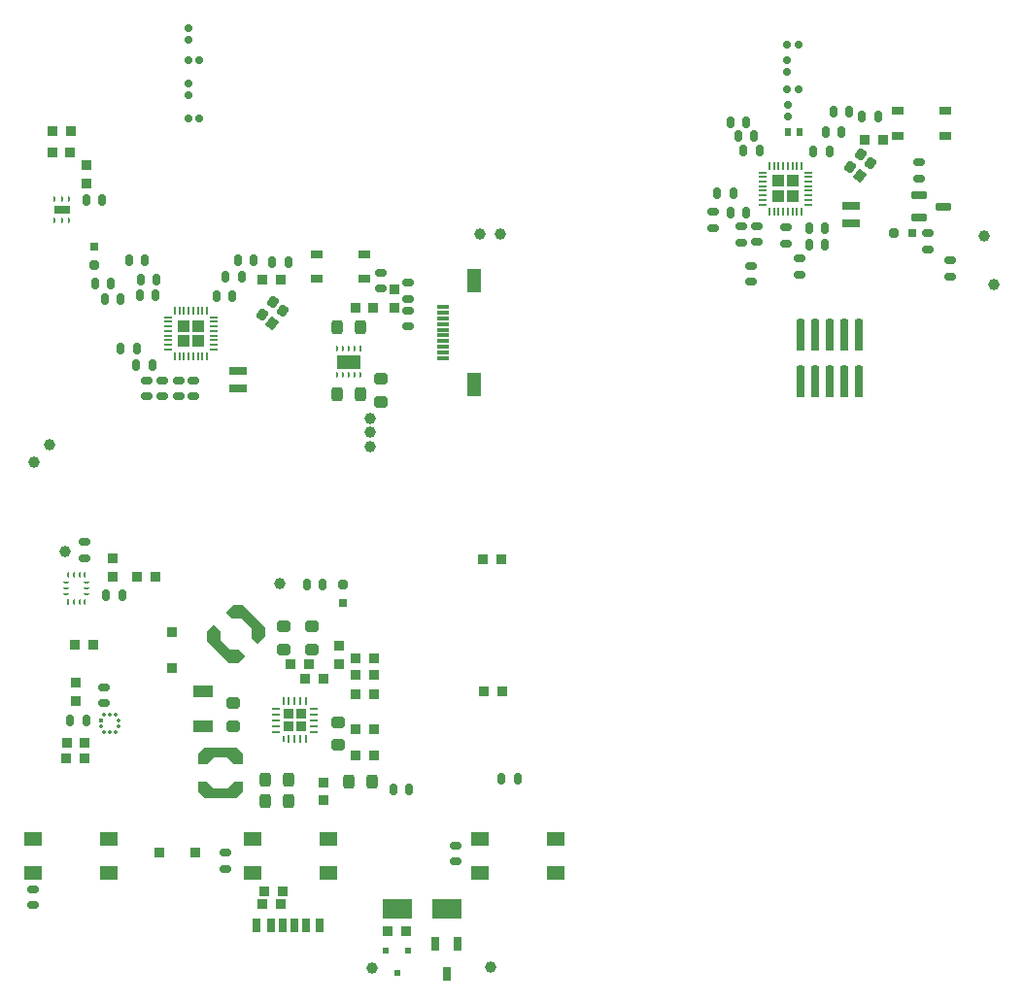
<source format=gbr>
G04*
G04 #@! TF.GenerationSoftware,Altium Limited,Altium Designer,24.10.1 (45)*
G04*
G04 Layer_Color=8421504*
%FSLAX44Y44*%
%MOMM*%
G71*
G04*
G04 #@! TF.SameCoordinates,58AE560C-37F5-4C9B-8F18-908462E99DB1*
G04*
G04*
G04 #@! TF.FilePolarity,Positive*
G04*
G01*
G75*
%ADD24R,1.1000X1.1000*%
%ADD25R,0.9200X0.9200*%
G04:AMPARAMS|DCode=26|XSize=0.25mm|YSize=0.5mm|CornerRadius=0.0625mm|HoleSize=0mm|Usage=FLASHONLY|Rotation=0.000|XOffset=0mm|YOffset=0mm|HoleType=Round|Shape=RoundedRectangle|*
%AMROUNDEDRECTD26*
21,1,0.2500,0.3750,0,0,0.0*
21,1,0.1250,0.5000,0,0,0.0*
1,1,0.1250,0.0625,-0.1875*
1,1,0.1250,-0.0625,-0.1875*
1,1,0.1250,-0.0625,0.1875*
1,1,0.1250,0.0625,0.1875*
%
%ADD26ROUNDEDRECTD26*%
%ADD27R,1.3500X0.6500*%
%ADD28C,1.0000*%
G04:AMPARAMS|DCode=29|XSize=1.3mm|YSize=0.6mm|CornerRadius=0.075mm|HoleSize=0mm|Usage=FLASHONLY|Rotation=0.000|XOffset=0mm|YOffset=0mm|HoleType=Round|Shape=RoundedRectangle|*
%AMROUNDEDRECTD29*
21,1,1.3000,0.4500,0,0,0.0*
21,1,1.1500,0.6000,0,0,0.0*
1,1,0.1500,0.5750,-0.2250*
1,1,0.1500,-0.5750,-0.2250*
1,1,0.1500,-0.5750,0.2250*
1,1,0.1500,0.5750,0.2250*
%
%ADD29ROUNDEDRECTD29*%
G04:AMPARAMS|DCode=30|XSize=0.6mm|YSize=0.7mm|CornerRadius=0.15mm|HoleSize=0mm|Usage=FLASHONLY|Rotation=0.000|XOffset=0mm|YOffset=0mm|HoleType=Round|Shape=RoundedRectangle|*
%AMROUNDEDRECTD30*
21,1,0.6000,0.4000,0,0,0.0*
21,1,0.3000,0.7000,0,0,0.0*
1,1,0.3000,0.1500,-0.2000*
1,1,0.3000,-0.1500,-0.2000*
1,1,0.3000,-0.1500,0.2000*
1,1,0.3000,0.1500,0.2000*
%
%ADD30ROUNDEDRECTD30*%
G04:AMPARAMS|DCode=31|XSize=0.7mm|YSize=1mm|CornerRadius=0.175mm|HoleSize=0mm|Usage=FLASHONLY|Rotation=90.000|XOffset=0mm|YOffset=0mm|HoleType=Round|Shape=RoundedRectangle|*
%AMROUNDEDRECTD31*
21,1,0.7000,0.6500,0,0,90.0*
21,1,0.3500,1.0000,0,0,90.0*
1,1,0.3500,0.3250,0.1750*
1,1,0.3500,0.3250,-0.1750*
1,1,0.3500,-0.3250,-0.1750*
1,1,0.3500,-0.3250,0.1750*
%
%ADD31ROUNDEDRECTD31*%
%ADD32R,0.2500X0.5000*%
G04:AMPARAMS|DCode=33|XSize=0.5mm|YSize=0.25mm|CornerRadius=0.0625mm|HoleSize=0mm|Usage=FLASHONLY|Rotation=270.000|XOffset=0mm|YOffset=0mm|HoleType=Round|Shape=RoundedRectangle|*
%AMROUNDEDRECTD33*
21,1,0.5000,0.1250,0,0,270.0*
21,1,0.3750,0.2500,0,0,270.0*
1,1,0.1250,-0.0625,-0.1875*
1,1,0.1250,-0.0625,0.1875*
1,1,0.1250,0.0625,0.1875*
1,1,0.1250,0.0625,-0.1875*
%
%ADD33ROUNDEDRECTD33*%
%ADD34R,2.0000X1.2000*%
G04:AMPARAMS|DCode=35|XSize=1.2mm|YSize=1mm|CornerRadius=0.25mm|HoleSize=0mm|Usage=FLASHONLY|Rotation=90.000|XOffset=0mm|YOffset=0mm|HoleType=Round|Shape=RoundedRectangle|*
%AMROUNDEDRECTD35*
21,1,1.2000,0.5000,0,0,90.0*
21,1,0.7000,1.0000,0,0,90.0*
1,1,0.5000,0.2500,0.3500*
1,1,0.5000,0.2500,-0.3500*
1,1,0.5000,-0.2500,-0.3500*
1,1,0.5000,-0.2500,0.3500*
%
%ADD35ROUNDEDRECTD35*%
G04:AMPARAMS|DCode=36|XSize=1.2mm|YSize=1mm|CornerRadius=0.25mm|HoleSize=0mm|Usage=FLASHONLY|Rotation=180.000|XOffset=0mm|YOffset=0mm|HoleType=Round|Shape=RoundedRectangle|*
%AMROUNDEDRECTD36*
21,1,1.2000,0.5000,0,0,180.0*
21,1,0.7000,1.0000,0,0,180.0*
1,1,0.5000,-0.3500,0.2500*
1,1,0.5000,0.3500,0.2500*
1,1,0.5000,0.3500,-0.2500*
1,1,0.5000,-0.3500,-0.2500*
%
%ADD36ROUNDEDRECTD36*%
G04:AMPARAMS|DCode=37|XSize=0.9mm|YSize=0.9mm|CornerRadius=0.225mm|HoleSize=0mm|Usage=FLASHONLY|Rotation=90.000|XOffset=0mm|YOffset=0mm|HoleType=Round|Shape=RoundedRectangle|*
%AMROUNDEDRECTD37*
21,1,0.9000,0.4500,0,0,90.0*
21,1,0.4500,0.9000,0,0,90.0*
1,1,0.4500,0.2250,0.2250*
1,1,0.4500,0.2250,-0.2250*
1,1,0.4500,-0.2250,-0.2250*
1,1,0.4500,-0.2250,0.2250*
%
%ADD37ROUNDEDRECTD37*%
G04:AMPARAMS|DCode=38|XSize=0.9mm|YSize=0.9mm|CornerRadius=0.225mm|HoleSize=0mm|Usage=FLASHONLY|Rotation=0.000|XOffset=0mm|YOffset=0mm|HoleType=Round|Shape=RoundedRectangle|*
%AMROUNDEDRECTD38*
21,1,0.9000,0.4500,0,0,0.0*
21,1,0.4500,0.9000,0,0,0.0*
1,1,0.4500,0.2250,-0.2250*
1,1,0.4500,-0.2250,-0.2250*
1,1,0.4500,-0.2250,0.2250*
1,1,0.4500,0.2250,0.2250*
%
%ADD38ROUNDEDRECTD38*%
G04:AMPARAMS|DCode=39|XSize=0.22mm|YSize=0.76mm|CornerRadius=0.055mm|HoleSize=0mm|Usage=FLASHONLY|Rotation=180.000|XOffset=0mm|YOffset=0mm|HoleType=Round|Shape=RoundedRectangle|*
%AMROUNDEDRECTD39*
21,1,0.2200,0.6500,0,0,180.0*
21,1,0.1100,0.7600,0,0,180.0*
1,1,0.1100,-0.0550,0.3250*
1,1,0.1100,0.0550,0.3250*
1,1,0.1100,0.0550,-0.3250*
1,1,0.1100,-0.0550,-0.3250*
%
%ADD39ROUNDEDRECTD39*%
%ADD40R,0.2200X0.7600*%
G04:AMPARAMS|DCode=41|XSize=0.22mm|YSize=0.76mm|CornerRadius=0.055mm|HoleSize=0mm|Usage=FLASHONLY|Rotation=270.000|XOffset=0mm|YOffset=0mm|HoleType=Round|Shape=RoundedRectangle|*
%AMROUNDEDRECTD41*
21,1,0.2200,0.6500,0,0,270.0*
21,1,0.1100,0.7600,0,0,270.0*
1,1,0.1100,-0.3250,-0.0550*
1,1,0.1100,-0.3250,0.0550*
1,1,0.1100,0.3250,0.0550*
1,1,0.1100,0.3250,-0.0550*
%
%ADD41ROUNDEDRECTD41*%
%ADD42R,0.7600X0.2200*%
%ADD43R,0.8000X0.8000*%
G04:AMPARAMS|DCode=44|XSize=0.8mm|YSize=0.8mm|CornerRadius=0.2mm|HoleSize=0mm|Usage=FLASHONLY|Rotation=270.000|XOffset=0mm|YOffset=0mm|HoleType=Round|Shape=RoundedRectangle|*
%AMROUNDEDRECTD44*
21,1,0.8000,0.4000,0,0,270.0*
21,1,0.4000,0.8000,0,0,270.0*
1,1,0.4000,-0.2000,-0.2000*
1,1,0.4000,-0.2000,0.2000*
1,1,0.4000,0.2000,0.2000*
1,1,0.4000,0.2000,-0.2000*
%
%ADD44ROUNDEDRECTD44*%
G04:AMPARAMS|DCode=45|XSize=0.7mm|YSize=1mm|CornerRadius=0.175mm|HoleSize=0mm|Usage=FLASHONLY|Rotation=0.000|XOffset=0mm|YOffset=0mm|HoleType=Round|Shape=RoundedRectangle|*
%AMROUNDEDRECTD45*
21,1,0.7000,0.6500,0,0,0.0*
21,1,0.3500,1.0000,0,0,0.0*
1,1,0.3500,0.1750,-0.3250*
1,1,0.3500,-0.1750,-0.3250*
1,1,0.3500,-0.1750,0.3250*
1,1,0.3500,0.1750,0.3250*
%
%ADD45ROUNDEDRECTD45*%
%ADD46R,1.5000X0.8000*%
%ADD47R,0.6000X0.7000*%
%ADD48R,1.0414X0.6604*%
G04:AMPARAMS|DCode=49|XSize=0.6mm|YSize=0.7mm|CornerRadius=0.15mm|HoleSize=0mm|Usage=FLASHONLY|Rotation=90.000|XOffset=0mm|YOffset=0mm|HoleType=Round|Shape=RoundedRectangle|*
%AMROUNDEDRECTD49*
21,1,0.6000,0.4000,0,0,90.0*
21,1,0.3000,0.7000,0,0,90.0*
1,1,0.3000,0.2000,0.1500*
1,1,0.3000,0.2000,-0.1500*
1,1,0.3000,-0.2000,-0.1500*
1,1,0.3000,-0.2000,0.1500*
%
%ADD49ROUNDEDRECTD49*%
G04:AMPARAMS|DCode=50|XSize=0.85mm|YSize=0.95mm|CornerRadius=0.2125mm|HoleSize=0mm|Usage=FLASHONLY|Rotation=140.000|XOffset=0mm|YOffset=0mm|HoleType=Round|Shape=RoundedRectangle|*
%AMROUNDEDRECTD50*
21,1,0.8500,0.5250,0,0,140.0*
21,1,0.4250,0.9500,0,0,140.0*
1,1,0.4250,0.0060,0.3377*
1,1,0.4250,0.3315,0.0645*
1,1,0.4250,-0.0060,-0.3377*
1,1,0.4250,-0.3315,-0.0645*
%
%ADD50ROUNDEDRECTD50*%
G04:AMPARAMS|DCode=51|XSize=0.85mm|YSize=0.95mm|CornerRadius=0mm|HoleSize=0mm|Usage=FLASHONLY|Rotation=140.000|XOffset=0mm|YOffset=0mm|HoleType=Round|Shape=Rectangle|*
%AMROTATEDRECTD51*
4,1,4,0.6309,0.0907,0.0202,-0.6371,-0.6309,-0.0907,-0.0202,0.6371,0.6309,0.0907,0.0*
%
%ADD51ROTATEDRECTD51*%

G04:AMPARAMS|DCode=52|XSize=2.794mm|YSize=0.7366mm|CornerRadius=0.1842mm|HoleSize=0mm|Usage=FLASHONLY|Rotation=270.000|XOffset=0mm|YOffset=0mm|HoleType=Round|Shape=RoundedRectangle|*
%AMROUNDEDRECTD52*
21,1,2.7940,0.3683,0,0,270.0*
21,1,2.4257,0.7366,0,0,270.0*
1,1,0.3683,-0.1842,-1.2129*
1,1,0.3683,-0.1842,1.2129*
1,1,0.3683,0.1842,1.2129*
1,1,0.3683,0.1842,-1.2129*
%
%ADD52ROUNDEDRECTD52*%
%ADD53R,0.8000X1.2000*%
%ADD54R,0.7600X1.2000*%
%ADD55R,0.7000X1.2000*%
G04:AMPARAMS|DCode=56|XSize=0.6mm|YSize=0.24mm|CornerRadius=0.03mm|HoleSize=0mm|Usage=FLASHONLY|Rotation=180.000|XOffset=0mm|YOffset=0mm|HoleType=Round|Shape=RoundedRectangle|*
%AMROUNDEDRECTD56*
21,1,0.6000,0.1800,0,0,180.0*
21,1,0.5400,0.2400,0,0,180.0*
1,1,0.0600,-0.2700,0.0900*
1,1,0.0600,0.2700,0.0900*
1,1,0.0600,0.2700,-0.0900*
1,1,0.0600,-0.2700,-0.0900*
%
%ADD56ROUNDEDRECTD56*%
G04:AMPARAMS|DCode=57|XSize=0.6mm|YSize=0.24mm|CornerRadius=0.03mm|HoleSize=0mm|Usage=FLASHONLY|Rotation=90.000|XOffset=0mm|YOffset=0mm|HoleType=Round|Shape=RoundedRectangle|*
%AMROUNDEDRECTD57*
21,1,0.6000,0.1800,0,0,90.0*
21,1,0.5400,0.2400,0,0,90.0*
1,1,0.0600,0.0900,0.2700*
1,1,0.0600,0.0900,-0.2700*
1,1,0.0600,-0.0900,-0.2700*
1,1,0.0600,-0.0900,0.2700*
%
%ADD57ROUNDEDRECTD57*%
%ADD58R,0.2400X0.6000*%
%ADD59R,1.3000X2.0000*%
%ADD60R,1.0000X0.3000*%
%ADD61R,2.6500X1.7500*%
%ADD62R,1.8034X1.1176*%
G04:AMPARAMS|DCode=63|XSize=0.3mm|YSize=0.3249mm|CornerRadius=0.075mm|HoleSize=0mm|Usage=FLASHONLY|Rotation=180.000|XOffset=0mm|YOffset=0mm|HoleType=Round|Shape=RoundedRectangle|*
%AMROUNDEDRECTD63*
21,1,0.3000,0.1749,0,0,180.0*
21,1,0.1500,0.3249,0,0,180.0*
1,1,0.1500,-0.0750,0.0874*
1,1,0.1500,0.0750,0.0874*
1,1,0.1500,0.0750,-0.0874*
1,1,0.1500,-0.0750,-0.0874*
%
%ADD63ROUNDEDRECTD63*%
G04:AMPARAMS|DCode=64|XSize=0.3mm|YSize=0.3249mm|CornerRadius=0.075mm|HoleSize=0mm|Usage=FLASHONLY|Rotation=270.000|XOffset=0mm|YOffset=0mm|HoleType=Round|Shape=RoundedRectangle|*
%AMROUNDEDRECTD64*
21,1,0.3000,0.1749,0,0,270.0*
21,1,0.1500,0.3249,0,0,270.0*
1,1,0.1500,-0.0874,-0.0750*
1,1,0.1500,-0.0874,0.0750*
1,1,0.1500,0.0874,0.0750*
1,1,0.1500,0.0874,-0.0750*
%
%ADD64ROUNDEDRECTD64*%
%ADD65R,0.3249X0.3000*%
%ADD66R,1.5000X1.2000*%
%ADD67R,0.8000X0.8000*%
G04:AMPARAMS|DCode=68|XSize=0.8mm|YSize=0.8mm|CornerRadius=0.2mm|HoleSize=0mm|Usage=FLASHONLY|Rotation=0.000|XOffset=0mm|YOffset=0mm|HoleType=Round|Shape=RoundedRectangle|*
%AMROUNDEDRECTD68*
21,1,0.8000,0.4000,0,0,0.0*
21,1,0.4000,0.8000,0,0,0.0*
1,1,0.4000,0.2000,-0.2000*
1,1,0.4000,-0.2000,-0.2000*
1,1,0.4000,-0.2000,0.2000*
1,1,0.4000,0.2000,0.2000*
%
%ADD68ROUNDEDRECTD68*%
%ADD69R,0.9000X0.9500*%
%ADD70R,0.6500X1.1500*%
%ADD71R,0.5000X0.6000*%
G04:AMPARAMS|DCode=72|XSize=0.475mm|YSize=0.25mm|CornerRadius=0.0625mm|HoleSize=0mm|Usage=FLASHONLY|Rotation=180.000|XOffset=0mm|YOffset=0mm|HoleType=Round|Shape=RoundedRectangle|*
%AMROUNDEDRECTD72*
21,1,0.4750,0.1250,0,0,180.0*
21,1,0.3500,0.2500,0,0,180.0*
1,1,0.1250,-0.1750,0.0625*
1,1,0.1250,0.1750,0.0625*
1,1,0.1250,0.1750,-0.0625*
1,1,0.1250,-0.1750,-0.0625*
%
%ADD72ROUNDEDRECTD72*%
G04:AMPARAMS|DCode=73|XSize=0.475mm|YSize=0.25mm|CornerRadius=0.0625mm|HoleSize=0mm|Usage=FLASHONLY|Rotation=90.000|XOffset=0mm|YOffset=0mm|HoleType=Round|Shape=RoundedRectangle|*
%AMROUNDEDRECTD73*
21,1,0.4750,0.1250,0,0,90.0*
21,1,0.3500,0.2500,0,0,90.0*
1,1,0.1250,0.0625,0.1750*
1,1,0.1250,0.0625,-0.1750*
1,1,0.1250,-0.0625,-0.1750*
1,1,0.1250,-0.0625,0.1750*
%
%ADD73ROUNDEDRECTD73*%
G04:AMPARAMS|DCode=74|XSize=0.475mm|YSize=0.25mm|CornerRadius=0.0625mm|HoleSize=0mm|Usage=FLASHONLY|Rotation=90.000|XOffset=0mm|YOffset=0mm|HoleType=Round|Shape=RoundedRectangle|*
%AMROUNDEDRECTD74*
21,1,0.4750,0.1250,0,0,90.0*
21,1,0.3500,0.2500,0,0,90.0*
1,1,0.1250,0.0625,0.1750*
1,1,0.1250,0.0625,-0.1750*
1,1,0.1250,-0.0625,-0.1750*
1,1,0.1250,-0.0625,0.1750*
%
%ADD74ROUNDEDRECTD74*%
%ADD75R,0.2500X0.4750*%
%ADD76R,0.9500X0.9000*%
G36*
X180070Y199510D02*
X186020Y193710D01*
X197520D01*
X203470Y199510D01*
X211220D01*
Y190610D01*
X205720Y185010D01*
X177820D01*
X172320Y190610D01*
Y199510D01*
X180070D01*
D02*
G37*
G36*
X177820Y229010D02*
X205720D01*
X211220Y223410D01*
Y214510D01*
X203470D01*
X197520Y220310D01*
X186020D01*
X180070Y214510D01*
X172320D01*
Y223410D01*
X177820Y229010D01*
D02*
G37*
G36*
X230653Y333606D02*
X230582Y325757D01*
X224289Y319464D01*
X218808Y324944D01*
X218702Y333253D01*
X210571Y341384D01*
X202262Y341491D01*
X196782Y346970D01*
X203075Y353264D01*
X210924Y353335D01*
X230653Y333606D01*
D02*
G37*
G36*
X191656Y330884D02*
X191762Y322575D01*
X199893Y314444D01*
X208202Y314338D01*
X213682Y308857D01*
X207389Y302564D01*
X199540Y302493D01*
X179811Y322222D01*
X179882Y330071D01*
X186175Y336364D01*
X191656Y330884D01*
D02*
G37*
D24*
X690696Y722996D02*
D03*
X677696D02*
D03*
X690696Y709996D02*
D03*
X677696D02*
D03*
X172578Y596702D02*
D03*
X159578D02*
D03*
X172578Y583702D02*
D03*
X159578D02*
D03*
D25*
X262140Y247140D02*
D03*
X250940D02*
D03*
X262140Y258340D02*
D03*
X250940D02*
D03*
D26*
X60094Y707644D02*
D03*
X53594D02*
D03*
X47094D02*
D03*
X60094Y688644D02*
D03*
X53594D02*
D03*
X47094D02*
D03*
D27*
X53594Y698144D02*
D03*
D28*
X417830Y676910D02*
D03*
X322580Y503682D02*
D03*
X857250Y675386D02*
D03*
X865886Y632714D02*
D03*
X322326Y516128D02*
D03*
X56134Y399796D02*
D03*
X29718Y478028D02*
D03*
X43180Y493268D02*
D03*
X243840Y371856D02*
D03*
X427228Y37338D02*
D03*
X324358Y36830D02*
D03*
X322326Y491236D02*
D03*
X435951Y676910D02*
D03*
D29*
X800522Y710286D02*
D03*
Y691286D02*
D03*
X821522Y700786D02*
D03*
D30*
X695626Y842264D02*
D03*
X685626D02*
D03*
X695880Y802894D02*
D03*
X685880D02*
D03*
X163656Y828040D02*
D03*
X173656D02*
D03*
X163656Y777240D02*
D03*
X173656D02*
D03*
D31*
X355346Y596250D02*
D03*
Y610250D02*
D03*
X808370Y663560D02*
D03*
Y677560D02*
D03*
X684926Y668386D02*
D03*
Y682386D02*
D03*
X653796Y635112D02*
D03*
Y649112D02*
D03*
X658876Y669656D02*
D03*
Y683656D02*
D03*
X645414Y669148D02*
D03*
Y683148D02*
D03*
X828040Y639684D02*
D03*
Y653684D02*
D03*
X696214Y641462D02*
D03*
Y655462D02*
D03*
X800242Y725028D02*
D03*
Y739028D02*
D03*
X621172Y681848D02*
D03*
Y695848D02*
D03*
X195834Y123302D02*
D03*
Y137302D02*
D03*
X331216Y643270D02*
D03*
Y629270D02*
D03*
X355346Y620380D02*
D03*
Y634380D02*
D03*
X155448Y535036D02*
D03*
Y549036D02*
D03*
X167894Y535036D02*
D03*
Y549036D02*
D03*
X140970Y535290D02*
D03*
Y549290D02*
D03*
X127254Y535290D02*
D03*
Y549290D02*
D03*
X73406Y408320D02*
D03*
Y394320D02*
D03*
X90170Y267574D02*
D03*
Y281574D02*
D03*
X28448Y91298D02*
D03*
Y105298D02*
D03*
X396494Y143652D02*
D03*
Y129652D02*
D03*
D32*
X313784Y576904D02*
D03*
D33*
X308784D02*
D03*
X303784D02*
D03*
X298784D02*
D03*
X293784D02*
D03*
Y553904D02*
D03*
X298784D02*
D03*
X303784D02*
D03*
X308784D02*
D03*
X313784D02*
D03*
D34*
X303784Y565404D02*
D03*
D35*
X313784Y536702D02*
D03*
X293784D02*
D03*
X313784Y595376D02*
D03*
X293784D02*
D03*
X323690Y199390D02*
D03*
X303690D02*
D03*
X231046Y200660D02*
D03*
X251046D02*
D03*
X250792Y182372D02*
D03*
X230792D02*
D03*
D36*
X331216Y550512D02*
D03*
Y530512D02*
D03*
X271272Y314358D02*
D03*
Y334358D02*
D03*
X246888Y314612D02*
D03*
Y334612D02*
D03*
X203200Y267810D02*
D03*
Y247810D02*
D03*
X294640Y231300D02*
D03*
Y251300D02*
D03*
D37*
X325246Y612394D02*
D03*
X309246D02*
D03*
X769492Y758952D02*
D03*
X753492D02*
D03*
X421768Y278384D02*
D03*
X437768D02*
D03*
X436244Y392938D02*
D03*
X420244D02*
D03*
X61594Y766572D02*
D03*
X45594D02*
D03*
X45086Y748284D02*
D03*
X61086D02*
D03*
X252604Y301752D02*
D03*
X268604D02*
D03*
X309500Y292354D02*
D03*
X325500D02*
D03*
X309500Y307086D02*
D03*
X325500D02*
D03*
X265304Y288798D02*
D03*
X281304D02*
D03*
X244728Y637032D02*
D03*
X228728D02*
D03*
X228728Y92202D02*
D03*
X244728D02*
D03*
X229744Y103632D02*
D03*
X245744D02*
D03*
X337694Y68580D02*
D03*
X353694D02*
D03*
X309500Y222250D02*
D03*
X325500D02*
D03*
X309500Y245110D02*
D03*
X325500D02*
D03*
X325500Y275590D02*
D03*
X309500D02*
D03*
X119254Y377698D02*
D03*
X135254D02*
D03*
X65152Y318770D02*
D03*
X81152D02*
D03*
X73658Y219456D02*
D03*
X57658D02*
D03*
X73786Y233426D02*
D03*
X57786D02*
D03*
D38*
X343154Y612268D02*
D03*
Y628268D02*
D03*
X75438Y736980D02*
D03*
Y720980D02*
D03*
X295148Y301372D02*
D03*
Y317372D02*
D03*
X281432Y198754D02*
D03*
Y182754D02*
D03*
X98044Y393826D02*
D03*
Y377826D02*
D03*
X65786Y269368D02*
D03*
Y285368D02*
D03*
D39*
X698196Y696646D02*
D03*
X670196D02*
D03*
Y736346D02*
D03*
X698196D02*
D03*
X180078Y570352D02*
D03*
X152078D02*
D03*
Y610052D02*
D03*
X180078D02*
D03*
D40*
X694196Y696646D02*
D03*
X690196D02*
D03*
X686196D02*
D03*
X682196D02*
D03*
X678196D02*
D03*
X674196D02*
D03*
Y736346D02*
D03*
X678196D02*
D03*
X682196D02*
D03*
X686196D02*
D03*
X690196D02*
D03*
X694196D02*
D03*
X176078Y570352D02*
D03*
X172078D02*
D03*
X168078D02*
D03*
X164078D02*
D03*
X160078D02*
D03*
X156078D02*
D03*
Y610052D02*
D03*
X160078D02*
D03*
X164078D02*
D03*
X168078D02*
D03*
X172078D02*
D03*
X176078D02*
D03*
D41*
X664346Y702496D02*
D03*
Y730496D02*
D03*
X704046D02*
D03*
Y702496D02*
D03*
X146228Y576202D02*
D03*
Y604202D02*
D03*
X185928D02*
D03*
Y576202D02*
D03*
D42*
X664346Y706496D02*
D03*
Y714496D02*
D03*
Y718496D02*
D03*
Y722496D02*
D03*
Y726496D02*
D03*
X704046D02*
D03*
Y722496D02*
D03*
Y718496D02*
D03*
Y714496D02*
D03*
Y710496D02*
D03*
Y706496D02*
D03*
X664346Y710496D02*
D03*
X146228Y580202D02*
D03*
Y588202D02*
D03*
Y592202D02*
D03*
Y596202D02*
D03*
Y600202D02*
D03*
X185928D02*
D03*
Y596202D02*
D03*
Y592202D02*
D03*
Y588202D02*
D03*
Y584202D02*
D03*
Y580202D02*
D03*
X146228Y584202D02*
D03*
D43*
X794780Y677672D02*
D03*
D44*
X778780D02*
D03*
D45*
X718596Y681736D02*
D03*
X704596D02*
D03*
X636016Y695706D02*
D03*
X650016D02*
D03*
X708772Y749046D02*
D03*
X722772D02*
D03*
X733186Y765302D02*
D03*
X719186D02*
D03*
X726044Y783336D02*
D03*
X740044D02*
D03*
X750936Y779018D02*
D03*
X764936D02*
D03*
X718596Y667766D02*
D03*
X704596D02*
D03*
X624952Y711962D02*
D03*
X638952D02*
D03*
X647812Y749554D02*
D03*
X661812D02*
D03*
X650128Y774192D02*
D03*
X636128D02*
D03*
X642986Y762508D02*
D03*
X656986D02*
D03*
X356504Y192532D02*
D03*
X342504D02*
D03*
X436738Y202184D02*
D03*
X450738D02*
D03*
X210342Y639318D02*
D03*
X196342D02*
D03*
X206756Y653796D02*
D03*
X220756D02*
D03*
X202326Y622300D02*
D03*
X188326D02*
D03*
X251094Y652272D02*
D03*
X237094D02*
D03*
X61072Y252984D02*
D03*
X75072D02*
D03*
X106060Y361696D02*
D03*
X92060D02*
D03*
X118222Y562356D02*
D03*
X132222D02*
D03*
X105014Y576580D02*
D03*
X119014D02*
D03*
X121524Y623570D02*
D03*
X135524D02*
D03*
X126177Y654307D02*
D03*
X112177D02*
D03*
X122174Y637286D02*
D03*
X136174D02*
D03*
X104790Y620268D02*
D03*
X90790D02*
D03*
X96408Y633222D02*
D03*
X82408D02*
D03*
X88788Y706120D02*
D03*
X74788D02*
D03*
X281066Y371348D02*
D03*
X267066D02*
D03*
D46*
X741060Y686174D02*
D03*
Y701174D02*
D03*
X207010Y542410D02*
D03*
Y557410D02*
D03*
D47*
X696134Y765556D02*
D03*
X686134D02*
D03*
D48*
X781636Y784180D02*
D03*
Y762680D02*
D03*
X823136Y784180D02*
D03*
Y762680D02*
D03*
X317168Y637712D02*
D03*
Y659212D02*
D03*
X275668Y637712D02*
D03*
Y659212D02*
D03*
D49*
X685800Y828214D02*
D03*
Y818214D02*
D03*
X686054Y789606D02*
D03*
Y779606D02*
D03*
X163830Y808148D02*
D03*
Y798148D02*
D03*
Y856154D02*
D03*
Y846154D02*
D03*
D50*
X740156Y734822D02*
D03*
X749476Y745930D02*
D03*
X758286Y738538D02*
D03*
X246047Y609934D02*
D03*
X237237Y617326D02*
D03*
X227917Y606218D02*
D03*
D51*
X748966Y727430D02*
D03*
X236727Y598826D02*
D03*
D52*
X747776Y588772D02*
D03*
Y548132D02*
D03*
X735076Y588772D02*
D03*
Y548132D02*
D03*
X722376Y588772D02*
D03*
Y548132D02*
D03*
X709676Y588772D02*
D03*
Y548132D02*
D03*
X696976Y588772D02*
D03*
Y548132D02*
D03*
D53*
X223452Y73980D02*
D03*
X278452D02*
D03*
D54*
X235752D02*
D03*
X266152D02*
D03*
D55*
X245952D02*
D03*
X255952D02*
D03*
D56*
X273040Y242740D02*
D03*
Y247740D02*
D03*
Y252740D02*
D03*
Y257740D02*
D03*
Y262740D02*
D03*
X240040D02*
D03*
Y257740D02*
D03*
Y252740D02*
D03*
Y247740D02*
D03*
Y242740D02*
D03*
D57*
X266540Y269240D02*
D03*
X261540D02*
D03*
X256540D02*
D03*
X251540D02*
D03*
X246540D02*
D03*
X251540Y236240D02*
D03*
X256540D02*
D03*
X261540D02*
D03*
X266540D02*
D03*
D58*
X246540D02*
D03*
D59*
X412964Y636304D02*
D03*
Y545304D02*
D03*
D60*
X385964Y613304D02*
D03*
Y608304D02*
D03*
Y603304D02*
D03*
Y598304D02*
D03*
Y593304D02*
D03*
Y588304D02*
D03*
Y583304D02*
D03*
Y578304D02*
D03*
Y573304D02*
D03*
Y568304D02*
D03*
D61*
X389292Y88392D02*
D03*
X346292D02*
D03*
D62*
X176530Y247904D02*
D03*
Y277876D02*
D03*
D63*
X90424Y257810D02*
D03*
X100424D02*
D03*
X95424D02*
D03*
X100424Y242310D02*
D03*
X95424D02*
D03*
X90424D02*
D03*
D64*
X102924Y247560D02*
D03*
X87924D02*
D03*
X102924Y252560D02*
D03*
D65*
X87924D02*
D03*
D66*
X94468Y119620D02*
D03*
X28468Y149620D02*
D03*
Y119620D02*
D03*
X94468Y149620D02*
D03*
X285730Y119620D02*
D03*
X219730Y149620D02*
D03*
Y119620D02*
D03*
X285730Y149620D02*
D03*
X484358Y119620D02*
D03*
X418358Y149620D02*
D03*
Y119620D02*
D03*
X484358Y149620D02*
D03*
D67*
X81788Y665352D02*
D03*
X298958Y354966D02*
D03*
D68*
X81788Y649352D02*
D03*
X298958Y370966D02*
D03*
D69*
X138428Y137160D02*
D03*
X169928D02*
D03*
D70*
X388874Y31954D02*
D03*
X379374Y57454D02*
D03*
X398374D02*
D03*
D71*
X336194Y52164D02*
D03*
X355194D02*
D03*
X345694Y32164D02*
D03*
D72*
X75419Y372538D02*
D03*
Y362538D02*
D03*
Y367538D02*
D03*
X57169Y372538D02*
D03*
Y362538D02*
D03*
Y367538D02*
D03*
D73*
X58794Y379163D02*
D03*
D74*
X73794D02*
D03*
X68794D02*
D03*
X63794D02*
D03*
X73794Y355913D02*
D03*
X68794D02*
D03*
X63794D02*
D03*
D75*
X58794D02*
D03*
D76*
X149860Y297940D02*
D03*
Y329440D02*
D03*
M02*

</source>
